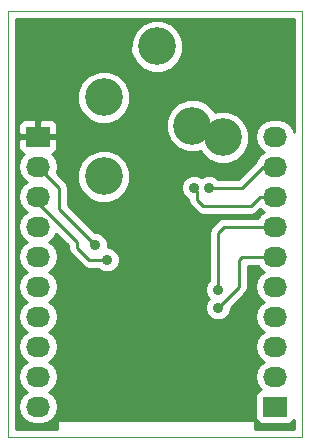
<source format=gbr>
%FSLAX46Y46*%
G04 Gerber Fmt 4.6, Leading zero omitted, Abs format (unit mm)*
G04 Created by KiCad (PCBNEW (2014-jul-16 BZR unknown)-product) date Thu 25 Sep 2014 17:50:32 CEST*
%MOMM*%
G01*
G04 APERTURE LIST*
%ADD10C,0.150000*%
%ADD11C,0.100000*%
%ADD12C,3.200400*%
%ADD13R,2.032000X1.727200*%
%ADD14O,2.032000X1.727200*%
%ADD15C,0.889000*%
%ADD16C,0.254000*%
G04 APERTURE END LIST*
D10*
D11*
X208534000Y-165354000D02*
X208534000Y-129286000D01*
X233426000Y-165354000D02*
X208534000Y-165354000D01*
X233426000Y-129286000D02*
X233426000Y-165354000D01*
X208534000Y-129286000D02*
X233426000Y-129286000D01*
D12*
X221142560Y-132313680D03*
X216641680Y-136613900D03*
X216641680Y-143314420D03*
X224142300Y-139014200D03*
X226743260Y-140014960D03*
D13*
X231140000Y-162814000D03*
D14*
X231140000Y-160274000D03*
X231140000Y-157734000D03*
X231140000Y-155194000D03*
X231140000Y-152654000D03*
X231140000Y-150114000D03*
X231140000Y-147574000D03*
X231140000Y-145034000D03*
X231140000Y-142494000D03*
X231140000Y-139954000D03*
D13*
X211074000Y-139954000D03*
D14*
X211074000Y-142494000D03*
X211074000Y-145034000D03*
X211074000Y-147574000D03*
X211074000Y-150114000D03*
X211074000Y-152654000D03*
X211074000Y-155194000D03*
X211074000Y-157734000D03*
X211074000Y-160274000D03*
X211074000Y-162814000D03*
D15*
X226314000Y-154432000D03*
X226314000Y-152908000D03*
X224282000Y-144272000D03*
X225552000Y-144272000D03*
X215900000Y-149098000D03*
X216916000Y-150368000D03*
D16*
X231140000Y-150114000D02*
X228346000Y-150114000D01*
X228092000Y-152654000D02*
X226314000Y-154432000D01*
X228092000Y-150368000D02*
X228092000Y-152654000D01*
X228346000Y-150114000D02*
X228092000Y-150368000D01*
X231140000Y-147574000D02*
X226822000Y-147574000D01*
X226822000Y-147574000D02*
X226314000Y-148082000D01*
X226314000Y-148082000D02*
X226314000Y-152908000D01*
X229870000Y-145034000D02*
X231140000Y-145034000D01*
X229108000Y-145796000D02*
X229870000Y-145034000D01*
X228092000Y-145796000D02*
X229108000Y-145796000D01*
X225044000Y-145796000D02*
X228092000Y-145796000D01*
X224536000Y-145288000D02*
X225044000Y-145796000D01*
X224536000Y-144526000D02*
X224536000Y-145288000D01*
X224282000Y-144272000D02*
X224536000Y-144526000D01*
X230124000Y-142494000D02*
X231140000Y-142494000D01*
X230378000Y-142494000D02*
X231140000Y-142494000D01*
X228346000Y-144272000D02*
X230124000Y-142494000D01*
X225552000Y-144272000D02*
X228346000Y-144272000D01*
X210820000Y-142494000D02*
X211074000Y-142494000D01*
X211074000Y-142494000D02*
X212852000Y-144272000D01*
X212852000Y-146050000D02*
X215900000Y-149098000D01*
X212852000Y-144272000D02*
X212852000Y-146050000D01*
X210820000Y-142494000D02*
X211328000Y-142494000D01*
X216916000Y-150368000D02*
X215392000Y-150368000D01*
X215392000Y-150368000D02*
X214376000Y-149352000D01*
X210820000Y-145034000D02*
X210820000Y-145288000D01*
X210820000Y-145288000D02*
X214376000Y-148844000D01*
X214376000Y-148844000D02*
X214376000Y-149352000D01*
X214376000Y-149352000D02*
X215392000Y-150368000D01*
G36*
X232741000Y-164669000D02*
X229489000Y-164669000D01*
X229489000Y-163957000D01*
X218877267Y-163957000D01*
X218877267Y-142871762D01*
X218877267Y-136171242D01*
X218537695Y-135349415D01*
X217909472Y-134720095D01*
X217088239Y-134379089D01*
X216199022Y-134378313D01*
X215377195Y-134717885D01*
X214747875Y-135346108D01*
X214406869Y-136167341D01*
X214406093Y-137056558D01*
X214745665Y-137878385D01*
X215373888Y-138507705D01*
X216195121Y-138848711D01*
X217084338Y-138849487D01*
X217906165Y-138509915D01*
X218535485Y-137881692D01*
X218876491Y-137060459D01*
X218877267Y-136171242D01*
X218877267Y-142871762D01*
X218537695Y-142049935D01*
X217909472Y-141420615D01*
X217088239Y-141079609D01*
X216199022Y-141078833D01*
X215377195Y-141418405D01*
X214747875Y-142046628D01*
X214406869Y-142867861D01*
X214406093Y-143757078D01*
X214745665Y-144578905D01*
X215373888Y-145208225D01*
X216195121Y-145549231D01*
X217084338Y-145550007D01*
X217906165Y-145210435D01*
X218535485Y-144582212D01*
X218876491Y-143760979D01*
X218877267Y-142871762D01*
X218877267Y-163957000D01*
X217995687Y-163957000D01*
X217995687Y-150154216D01*
X217831689Y-149757311D01*
X217528286Y-149453378D01*
X217131668Y-149288687D01*
X216979334Y-149288554D01*
X216979687Y-148884216D01*
X216815689Y-148487311D01*
X216512286Y-148183378D01*
X216115668Y-148018687D01*
X215898127Y-148018497D01*
X213614000Y-145734370D01*
X213614000Y-144272000D01*
X213555996Y-143980396D01*
X213555996Y-143980395D01*
X213489834Y-143881376D01*
X213390816Y-143733185D01*
X212656850Y-142999219D01*
X212757345Y-142494000D01*
X212643271Y-141920511D01*
X212318415Y-141434330D01*
X212296220Y-141419500D01*
X212449699Y-141355927D01*
X212628327Y-141177298D01*
X212725000Y-140943909D01*
X212725000Y-140239750D01*
X212725000Y-139668250D01*
X212725000Y-138964091D01*
X212628327Y-138730702D01*
X212449699Y-138552073D01*
X212216310Y-138455400D01*
X211963691Y-138455400D01*
X211359750Y-138455400D01*
X211201000Y-138614150D01*
X211201000Y-139827000D01*
X212566250Y-139827000D01*
X212725000Y-139668250D01*
X212725000Y-140239750D01*
X212566250Y-140081000D01*
X211201000Y-140081000D01*
X211201000Y-140101000D01*
X210947000Y-140101000D01*
X210947000Y-140081000D01*
X210947000Y-139827000D01*
X210947000Y-138614150D01*
X210788250Y-138455400D01*
X210184309Y-138455400D01*
X209931690Y-138455400D01*
X209698301Y-138552073D01*
X209519673Y-138730702D01*
X209423000Y-138964091D01*
X209423000Y-139668250D01*
X209581750Y-139827000D01*
X210947000Y-139827000D01*
X210947000Y-140081000D01*
X209581750Y-140081000D01*
X209423000Y-140239750D01*
X209423000Y-140943909D01*
X209519673Y-141177298D01*
X209698301Y-141355927D01*
X209851779Y-141419500D01*
X209829585Y-141434330D01*
X209504729Y-141920511D01*
X209390655Y-142494000D01*
X209504729Y-143067489D01*
X209829585Y-143553670D01*
X210144365Y-143764000D01*
X209829585Y-143974330D01*
X209504729Y-144460511D01*
X209390655Y-145034000D01*
X209504729Y-145607489D01*
X209829585Y-146093670D01*
X210144365Y-146304000D01*
X209829585Y-146514330D01*
X209504729Y-147000511D01*
X209390655Y-147574000D01*
X209504729Y-148147489D01*
X209829585Y-148633670D01*
X210144365Y-148844000D01*
X209829585Y-149054330D01*
X209504729Y-149540511D01*
X209390655Y-150114000D01*
X209504729Y-150687489D01*
X209829585Y-151173670D01*
X210144365Y-151384000D01*
X209829585Y-151594330D01*
X209504729Y-152080511D01*
X209390655Y-152654000D01*
X209504729Y-153227489D01*
X209829585Y-153713670D01*
X210144365Y-153924000D01*
X209829585Y-154134330D01*
X209504729Y-154620511D01*
X209390655Y-155194000D01*
X209504729Y-155767489D01*
X209829585Y-156253670D01*
X210144365Y-156464000D01*
X209829585Y-156674330D01*
X209504729Y-157160511D01*
X209390655Y-157734000D01*
X209504729Y-158307489D01*
X209829585Y-158793670D01*
X210144365Y-159004000D01*
X209829585Y-159214330D01*
X209504729Y-159700511D01*
X209390655Y-160274000D01*
X209504729Y-160847489D01*
X209829585Y-161333670D01*
X210144365Y-161544000D01*
X209829585Y-161754330D01*
X209504729Y-162240511D01*
X209390655Y-162814000D01*
X209504729Y-163387489D01*
X209829585Y-163873670D01*
X210315766Y-164198526D01*
X210889255Y-164312600D01*
X211258745Y-164312600D01*
X211832234Y-164198526D01*
X212318415Y-163873670D01*
X212643271Y-163387489D01*
X212757345Y-162814000D01*
X212643271Y-162240511D01*
X212318415Y-161754330D01*
X212003634Y-161544000D01*
X212318415Y-161333670D01*
X212643271Y-160847489D01*
X212757345Y-160274000D01*
X212643271Y-159700511D01*
X212318415Y-159214330D01*
X212003634Y-159004000D01*
X212318415Y-158793670D01*
X212643271Y-158307489D01*
X212757345Y-157734000D01*
X212643271Y-157160511D01*
X212318415Y-156674330D01*
X212003634Y-156464000D01*
X212318415Y-156253670D01*
X212643271Y-155767489D01*
X212757345Y-155194000D01*
X212643271Y-154620511D01*
X212318415Y-154134330D01*
X212003634Y-153924000D01*
X212318415Y-153713670D01*
X212643271Y-153227489D01*
X212757345Y-152654000D01*
X212643271Y-152080511D01*
X212318415Y-151594330D01*
X212003634Y-151384000D01*
X212318415Y-151173670D01*
X212643271Y-150687489D01*
X212757345Y-150114000D01*
X212643271Y-149540511D01*
X212318415Y-149054330D01*
X212003634Y-148844000D01*
X212318415Y-148633670D01*
X212626683Y-148172314D01*
X213614000Y-149159630D01*
X213614000Y-149352000D01*
X213672004Y-149643605D01*
X213837185Y-149890815D01*
X214853185Y-150906815D01*
X215100395Y-151071996D01*
X215100396Y-151071996D01*
X215392000Y-151130000D01*
X216151358Y-151130000D01*
X216303714Y-151282622D01*
X216700332Y-151447313D01*
X217129784Y-151447687D01*
X217526689Y-151283689D01*
X217830622Y-150980286D01*
X217995313Y-150583668D01*
X217995687Y-150154216D01*
X217995687Y-163957000D01*
X212725000Y-163957000D01*
X212725000Y-164669000D01*
X209219000Y-164669000D01*
X209219000Y-129971000D01*
X232741000Y-129971000D01*
X232741000Y-139540023D01*
X232709271Y-139380511D01*
X232384415Y-138894330D01*
X231898234Y-138569474D01*
X231324745Y-138455400D01*
X230955255Y-138455400D01*
X230381766Y-138569474D01*
X229895585Y-138894330D01*
X229570729Y-139380511D01*
X229456655Y-139954000D01*
X229570729Y-140527489D01*
X229895585Y-141013670D01*
X230210365Y-141224000D01*
X229895585Y-141434330D01*
X229570729Y-141920511D01*
X229558530Y-141981838D01*
X228978847Y-142561521D01*
X228978847Y-139572302D01*
X228639275Y-138750475D01*
X228011052Y-138121155D01*
X227189819Y-137780149D01*
X226300602Y-137779373D01*
X226087031Y-137867618D01*
X226038315Y-137749715D01*
X225410092Y-137120395D01*
X224588859Y-136779389D01*
X223699642Y-136778613D01*
X223378147Y-136911452D01*
X223378147Y-131871022D01*
X223038575Y-131049195D01*
X222410352Y-130419875D01*
X221589119Y-130078869D01*
X220699902Y-130078093D01*
X219878075Y-130417665D01*
X219248755Y-131045888D01*
X218907749Y-131867121D01*
X218906973Y-132756338D01*
X219246545Y-133578165D01*
X219874768Y-134207485D01*
X220696001Y-134548491D01*
X221585218Y-134549267D01*
X222407045Y-134209695D01*
X223036365Y-133581472D01*
X223377371Y-132760239D01*
X223378147Y-131871022D01*
X223378147Y-136911452D01*
X222877815Y-137118185D01*
X222248495Y-137746408D01*
X221907489Y-138567641D01*
X221906713Y-139456858D01*
X222246285Y-140278685D01*
X222874508Y-140908005D01*
X223695741Y-141249011D01*
X224584958Y-141249787D01*
X224798528Y-141161541D01*
X224847245Y-141279445D01*
X225475468Y-141908765D01*
X226296701Y-142249771D01*
X227185918Y-142250547D01*
X228007745Y-141910975D01*
X228637065Y-141282752D01*
X228978071Y-140461519D01*
X228978847Y-139572302D01*
X228978847Y-142561521D01*
X228030369Y-143510000D01*
X226316641Y-143510000D01*
X226164286Y-143357378D01*
X225767668Y-143192687D01*
X225338216Y-143192313D01*
X224941311Y-143356311D01*
X224917223Y-143380356D01*
X224894286Y-143357378D01*
X224497668Y-143192687D01*
X224068216Y-143192313D01*
X223671311Y-143356311D01*
X223367378Y-143659714D01*
X223202687Y-144056332D01*
X223202313Y-144485784D01*
X223366311Y-144882689D01*
X223669714Y-145186622D01*
X223774000Y-145229925D01*
X223774000Y-145288000D01*
X223832004Y-145579605D01*
X223997185Y-145826815D01*
X224505184Y-146334815D01*
X224505185Y-146334815D01*
X224752395Y-146499996D01*
X225044000Y-146558000D01*
X228092000Y-146558000D01*
X229108000Y-146558000D01*
X229108000Y-146557999D01*
X229399604Y-146499996D01*
X229399605Y-146499996D01*
X229646815Y-146334815D01*
X229892530Y-146089099D01*
X229895585Y-146093670D01*
X230210365Y-146304000D01*
X229895585Y-146514330D01*
X229696688Y-146812000D01*
X226822000Y-146812000D01*
X226530395Y-146870004D01*
X226283184Y-147035185D01*
X225775185Y-147543185D01*
X225610004Y-147790395D01*
X225552000Y-148082000D01*
X225552000Y-152143358D01*
X225399378Y-152295714D01*
X225234687Y-152692332D01*
X225234313Y-153121784D01*
X225398311Y-153518689D01*
X225549355Y-153669997D01*
X225399378Y-153819714D01*
X225234687Y-154216332D01*
X225234313Y-154645784D01*
X225398311Y-155042689D01*
X225701714Y-155346622D01*
X226098332Y-155511313D01*
X226527784Y-155511687D01*
X226924689Y-155347689D01*
X227228622Y-155044286D01*
X227393313Y-154647668D01*
X227393502Y-154430127D01*
X228630815Y-153192815D01*
X228630816Y-153192815D01*
X228729834Y-153044623D01*
X228795996Y-152945605D01*
X228795996Y-152945604D01*
X228854000Y-152654000D01*
X228854000Y-150876000D01*
X229696688Y-150876000D01*
X229895585Y-151173670D01*
X230210365Y-151384000D01*
X229895585Y-151594330D01*
X229570729Y-152080511D01*
X229456655Y-152654000D01*
X229570729Y-153227489D01*
X229895585Y-153713670D01*
X230210365Y-153924000D01*
X229895585Y-154134330D01*
X229570729Y-154620511D01*
X229456655Y-155194000D01*
X229570729Y-155767489D01*
X229895585Y-156253670D01*
X230210365Y-156464000D01*
X229895585Y-156674330D01*
X229570729Y-157160511D01*
X229456655Y-157734000D01*
X229570729Y-158307489D01*
X229895585Y-158793670D01*
X230210365Y-159004000D01*
X229895585Y-159214330D01*
X229570729Y-159700511D01*
X229456655Y-160274000D01*
X229570729Y-160847489D01*
X229895585Y-161333670D01*
X229917780Y-161348500D01*
X229764302Y-161412073D01*
X229585673Y-161590701D01*
X229489000Y-161824090D01*
X229489000Y-162076709D01*
X229489000Y-163803909D01*
X229585673Y-164037298D01*
X229764301Y-164215927D01*
X229997690Y-164312600D01*
X230250309Y-164312600D01*
X232282309Y-164312600D01*
X232515698Y-164215927D01*
X232694327Y-164037299D01*
X232741000Y-163924620D01*
X232741000Y-164669000D01*
X232741000Y-164669000D01*
G37*
X232741000Y-164669000D02*
X229489000Y-164669000D01*
X229489000Y-163957000D01*
X218877267Y-163957000D01*
X218877267Y-142871762D01*
X218877267Y-136171242D01*
X218537695Y-135349415D01*
X217909472Y-134720095D01*
X217088239Y-134379089D01*
X216199022Y-134378313D01*
X215377195Y-134717885D01*
X214747875Y-135346108D01*
X214406869Y-136167341D01*
X214406093Y-137056558D01*
X214745665Y-137878385D01*
X215373888Y-138507705D01*
X216195121Y-138848711D01*
X217084338Y-138849487D01*
X217906165Y-138509915D01*
X218535485Y-137881692D01*
X218876491Y-137060459D01*
X218877267Y-136171242D01*
X218877267Y-142871762D01*
X218537695Y-142049935D01*
X217909472Y-141420615D01*
X217088239Y-141079609D01*
X216199022Y-141078833D01*
X215377195Y-141418405D01*
X214747875Y-142046628D01*
X214406869Y-142867861D01*
X214406093Y-143757078D01*
X214745665Y-144578905D01*
X215373888Y-145208225D01*
X216195121Y-145549231D01*
X217084338Y-145550007D01*
X217906165Y-145210435D01*
X218535485Y-144582212D01*
X218876491Y-143760979D01*
X218877267Y-142871762D01*
X218877267Y-163957000D01*
X217995687Y-163957000D01*
X217995687Y-150154216D01*
X217831689Y-149757311D01*
X217528286Y-149453378D01*
X217131668Y-149288687D01*
X216979334Y-149288554D01*
X216979687Y-148884216D01*
X216815689Y-148487311D01*
X216512286Y-148183378D01*
X216115668Y-148018687D01*
X215898127Y-148018497D01*
X213614000Y-145734370D01*
X213614000Y-144272000D01*
X213555996Y-143980396D01*
X213555996Y-143980395D01*
X213489834Y-143881376D01*
X213390816Y-143733185D01*
X212656850Y-142999219D01*
X212757345Y-142494000D01*
X212643271Y-141920511D01*
X212318415Y-141434330D01*
X212296220Y-141419500D01*
X212449699Y-141355927D01*
X212628327Y-141177298D01*
X212725000Y-140943909D01*
X212725000Y-140239750D01*
X212725000Y-139668250D01*
X212725000Y-138964091D01*
X212628327Y-138730702D01*
X212449699Y-138552073D01*
X212216310Y-138455400D01*
X211963691Y-138455400D01*
X211359750Y-138455400D01*
X211201000Y-138614150D01*
X211201000Y-139827000D01*
X212566250Y-139827000D01*
X212725000Y-139668250D01*
X212725000Y-140239750D01*
X212566250Y-140081000D01*
X211201000Y-140081000D01*
X211201000Y-140101000D01*
X210947000Y-140101000D01*
X210947000Y-140081000D01*
X210947000Y-139827000D01*
X210947000Y-138614150D01*
X210788250Y-138455400D01*
X210184309Y-138455400D01*
X209931690Y-138455400D01*
X209698301Y-138552073D01*
X209519673Y-138730702D01*
X209423000Y-138964091D01*
X209423000Y-139668250D01*
X209581750Y-139827000D01*
X210947000Y-139827000D01*
X210947000Y-140081000D01*
X209581750Y-140081000D01*
X209423000Y-140239750D01*
X209423000Y-140943909D01*
X209519673Y-141177298D01*
X209698301Y-141355927D01*
X209851779Y-141419500D01*
X209829585Y-141434330D01*
X209504729Y-141920511D01*
X209390655Y-142494000D01*
X209504729Y-143067489D01*
X209829585Y-143553670D01*
X210144365Y-143764000D01*
X209829585Y-143974330D01*
X209504729Y-144460511D01*
X209390655Y-145034000D01*
X209504729Y-145607489D01*
X209829585Y-146093670D01*
X210144365Y-146304000D01*
X209829585Y-146514330D01*
X209504729Y-147000511D01*
X209390655Y-147574000D01*
X209504729Y-148147489D01*
X209829585Y-148633670D01*
X210144365Y-148844000D01*
X209829585Y-149054330D01*
X209504729Y-149540511D01*
X209390655Y-150114000D01*
X209504729Y-150687489D01*
X209829585Y-151173670D01*
X210144365Y-151384000D01*
X209829585Y-151594330D01*
X209504729Y-152080511D01*
X209390655Y-152654000D01*
X209504729Y-153227489D01*
X209829585Y-153713670D01*
X210144365Y-153924000D01*
X209829585Y-154134330D01*
X209504729Y-154620511D01*
X209390655Y-155194000D01*
X209504729Y-155767489D01*
X209829585Y-156253670D01*
X210144365Y-156464000D01*
X209829585Y-156674330D01*
X209504729Y-157160511D01*
X209390655Y-157734000D01*
X209504729Y-158307489D01*
X209829585Y-158793670D01*
X210144365Y-159004000D01*
X209829585Y-159214330D01*
X209504729Y-159700511D01*
X209390655Y-160274000D01*
X209504729Y-160847489D01*
X209829585Y-161333670D01*
X210144365Y-161544000D01*
X209829585Y-161754330D01*
X209504729Y-162240511D01*
X209390655Y-162814000D01*
X209504729Y-163387489D01*
X209829585Y-163873670D01*
X210315766Y-164198526D01*
X210889255Y-164312600D01*
X211258745Y-164312600D01*
X211832234Y-164198526D01*
X212318415Y-163873670D01*
X212643271Y-163387489D01*
X212757345Y-162814000D01*
X212643271Y-162240511D01*
X212318415Y-161754330D01*
X212003634Y-161544000D01*
X212318415Y-161333670D01*
X212643271Y-160847489D01*
X212757345Y-160274000D01*
X212643271Y-159700511D01*
X212318415Y-159214330D01*
X212003634Y-159004000D01*
X212318415Y-158793670D01*
X212643271Y-158307489D01*
X212757345Y-157734000D01*
X212643271Y-157160511D01*
X212318415Y-156674330D01*
X212003634Y-156464000D01*
X212318415Y-156253670D01*
X212643271Y-155767489D01*
X212757345Y-155194000D01*
X212643271Y-154620511D01*
X212318415Y-154134330D01*
X212003634Y-153924000D01*
X212318415Y-153713670D01*
X212643271Y-153227489D01*
X212757345Y-152654000D01*
X212643271Y-152080511D01*
X212318415Y-151594330D01*
X212003634Y-151384000D01*
X212318415Y-151173670D01*
X212643271Y-150687489D01*
X212757345Y-150114000D01*
X212643271Y-149540511D01*
X212318415Y-149054330D01*
X212003634Y-148844000D01*
X212318415Y-148633670D01*
X212626683Y-148172314D01*
X213614000Y-149159630D01*
X213614000Y-149352000D01*
X213672004Y-149643605D01*
X213837185Y-149890815D01*
X214853185Y-150906815D01*
X215100395Y-151071996D01*
X215100396Y-151071996D01*
X215392000Y-151130000D01*
X216151358Y-151130000D01*
X216303714Y-151282622D01*
X216700332Y-151447313D01*
X217129784Y-151447687D01*
X217526689Y-151283689D01*
X217830622Y-150980286D01*
X217995313Y-150583668D01*
X217995687Y-150154216D01*
X217995687Y-163957000D01*
X212725000Y-163957000D01*
X212725000Y-164669000D01*
X209219000Y-164669000D01*
X209219000Y-129971000D01*
X232741000Y-129971000D01*
X232741000Y-139540023D01*
X232709271Y-139380511D01*
X232384415Y-138894330D01*
X231898234Y-138569474D01*
X231324745Y-138455400D01*
X230955255Y-138455400D01*
X230381766Y-138569474D01*
X229895585Y-138894330D01*
X229570729Y-139380511D01*
X229456655Y-139954000D01*
X229570729Y-140527489D01*
X229895585Y-141013670D01*
X230210365Y-141224000D01*
X229895585Y-141434330D01*
X229570729Y-141920511D01*
X229558530Y-141981838D01*
X228978847Y-142561521D01*
X228978847Y-139572302D01*
X228639275Y-138750475D01*
X228011052Y-138121155D01*
X227189819Y-137780149D01*
X226300602Y-137779373D01*
X226087031Y-137867618D01*
X226038315Y-137749715D01*
X225410092Y-137120395D01*
X224588859Y-136779389D01*
X223699642Y-136778613D01*
X223378147Y-136911452D01*
X223378147Y-131871022D01*
X223038575Y-131049195D01*
X222410352Y-130419875D01*
X221589119Y-130078869D01*
X220699902Y-130078093D01*
X219878075Y-130417665D01*
X219248755Y-131045888D01*
X218907749Y-131867121D01*
X218906973Y-132756338D01*
X219246545Y-133578165D01*
X219874768Y-134207485D01*
X220696001Y-134548491D01*
X221585218Y-134549267D01*
X222407045Y-134209695D01*
X223036365Y-133581472D01*
X223377371Y-132760239D01*
X223378147Y-131871022D01*
X223378147Y-136911452D01*
X222877815Y-137118185D01*
X222248495Y-137746408D01*
X221907489Y-138567641D01*
X221906713Y-139456858D01*
X222246285Y-140278685D01*
X222874508Y-140908005D01*
X223695741Y-141249011D01*
X224584958Y-141249787D01*
X224798528Y-141161541D01*
X224847245Y-141279445D01*
X225475468Y-141908765D01*
X226296701Y-142249771D01*
X227185918Y-142250547D01*
X228007745Y-141910975D01*
X228637065Y-141282752D01*
X228978071Y-140461519D01*
X228978847Y-139572302D01*
X228978847Y-142561521D01*
X228030369Y-143510000D01*
X226316641Y-143510000D01*
X226164286Y-143357378D01*
X225767668Y-143192687D01*
X225338216Y-143192313D01*
X224941311Y-143356311D01*
X224917223Y-143380356D01*
X224894286Y-143357378D01*
X224497668Y-143192687D01*
X224068216Y-143192313D01*
X223671311Y-143356311D01*
X223367378Y-143659714D01*
X223202687Y-144056332D01*
X223202313Y-144485784D01*
X223366311Y-144882689D01*
X223669714Y-145186622D01*
X223774000Y-145229925D01*
X223774000Y-145288000D01*
X223832004Y-145579605D01*
X223997185Y-145826815D01*
X224505184Y-146334815D01*
X224505185Y-146334815D01*
X224752395Y-146499996D01*
X225044000Y-146558000D01*
X228092000Y-146558000D01*
X229108000Y-146558000D01*
X229108000Y-146557999D01*
X229399604Y-146499996D01*
X229399605Y-146499996D01*
X229646815Y-146334815D01*
X229892530Y-146089099D01*
X229895585Y-146093670D01*
X230210365Y-146304000D01*
X229895585Y-146514330D01*
X229696688Y-146812000D01*
X226822000Y-146812000D01*
X226530395Y-146870004D01*
X226283184Y-147035185D01*
X225775185Y-147543185D01*
X225610004Y-147790395D01*
X225552000Y-148082000D01*
X225552000Y-152143358D01*
X225399378Y-152295714D01*
X225234687Y-152692332D01*
X225234313Y-153121784D01*
X225398311Y-153518689D01*
X225549355Y-153669997D01*
X225399378Y-153819714D01*
X225234687Y-154216332D01*
X225234313Y-154645784D01*
X225398311Y-155042689D01*
X225701714Y-155346622D01*
X226098332Y-155511313D01*
X226527784Y-155511687D01*
X226924689Y-155347689D01*
X227228622Y-155044286D01*
X227393313Y-154647668D01*
X227393502Y-154430127D01*
X228630815Y-153192815D01*
X228630816Y-153192815D01*
X228729834Y-153044623D01*
X228795996Y-152945605D01*
X228795996Y-152945604D01*
X228854000Y-152654000D01*
X228854000Y-150876000D01*
X229696688Y-150876000D01*
X229895585Y-151173670D01*
X230210365Y-151384000D01*
X229895585Y-151594330D01*
X229570729Y-152080511D01*
X229456655Y-152654000D01*
X229570729Y-153227489D01*
X229895585Y-153713670D01*
X230210365Y-153924000D01*
X229895585Y-154134330D01*
X229570729Y-154620511D01*
X229456655Y-155194000D01*
X229570729Y-155767489D01*
X229895585Y-156253670D01*
X230210365Y-156464000D01*
X229895585Y-156674330D01*
X229570729Y-157160511D01*
X229456655Y-157734000D01*
X229570729Y-158307489D01*
X229895585Y-158793670D01*
X230210365Y-159004000D01*
X229895585Y-159214330D01*
X229570729Y-159700511D01*
X229456655Y-160274000D01*
X229570729Y-160847489D01*
X229895585Y-161333670D01*
X229917780Y-161348500D01*
X229764302Y-161412073D01*
X229585673Y-161590701D01*
X229489000Y-161824090D01*
X229489000Y-162076709D01*
X229489000Y-163803909D01*
X229585673Y-164037298D01*
X229764301Y-164215927D01*
X229997690Y-164312600D01*
X230250309Y-164312600D01*
X232282309Y-164312600D01*
X232515698Y-164215927D01*
X232694327Y-164037299D01*
X232741000Y-163924620D01*
X232741000Y-164669000D01*
M02*

</source>
